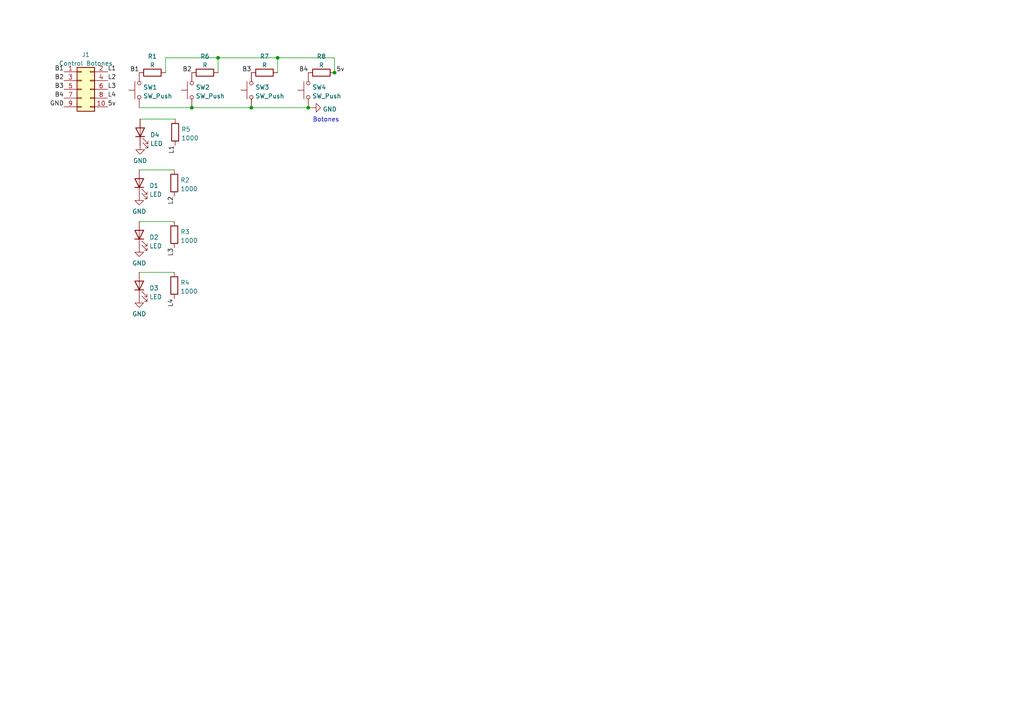
<source format=kicad_sch>
(kicad_sch (version 20211123) (generator eeschema)
  (paper "A4")
  (lib_symbols
    (symbol "Connector_Generic:Conn_02x05_Odd_Even" (pin_names (offset 1.016) hide)
      (property "Reference" "J" (at 1.27 7.62 0))
      (property "Value" "Conn_02x05_Odd_Even" (at 1.27 -7.62 0))
      (symbol "Conn_02x05_Odd_Even_1_1"
        (rectangle (start -1.27 -4.953) (end 0 -5.207) (stroke (width 0.1524)))
        (rectangle (start -1.27 -2.413) (end 0 -2.667) (stroke (width 0.1524)))
        (rectangle (start -1.27 0.127) (end 0 -0.127) (stroke (width 0.1524)))
        (rectangle (start -1.27 2.667) (end 0 2.413) (stroke (width 0.1524)))
        (rectangle (start -1.27 5.207) (end 0 4.953) (stroke (width 0.1524)))
        (rectangle (start -1.27 6.35) (end 3.81 -6.35) (stroke (width 0.254)) (fill (type background)))
        (rectangle (start 3.81 -4.953) (end 2.54 -5.207) (stroke (width 0.1524)))
        (rectangle (start 3.81 -2.413) (end 2.54 -2.667) (stroke (width 0.1524)))
        (rectangle (start 3.81 0.127) (end 2.54 -0.127) (stroke (width 0.1524)))
        (rectangle (start 3.81 2.667) (end 2.54 2.413) (stroke (width 0.1524)))
        (rectangle (start 3.81 5.207) (end 2.54 4.953) (stroke (width 0.1524)))
        (pin passive line (at -5.08 5.08 0) (length 3.81) (name "Pin_1") (number "1"))
        (pin passive line (at 7.62 -5.08 180) (length 3.81) (name "Pin_10") (number "10"))
        (pin passive line (at 7.62 5.08 180) (length 3.81) (name "Pin_2") (number "2"))
        (pin passive line (at -5.08 2.54 0) (length 3.81) (name "Pin_3") (number "3"))
        (pin passive line (at 7.62 2.54 180) (length 3.81) (name "Pin_4") (number "4"))
        (pin passive line (at -5.08 0 0) (length 3.81) (name "Pin_5") (number "5"))
        (pin passive line (at 7.62 0 180) (length 3.81) (name "Pin_6") (number "6"))
        (pin passive line (at -5.08 -2.54 0) (length 3.81) (name "Pin_7") (number "7"))
        (pin passive line (at 7.62 -2.54 180) (length 3.81) (name "Pin_8") (number "8"))
        (pin passive line (at -5.08 -5.08 0) (length 3.81) (name "Pin_9") (number "9"))
      )
    )
    (symbol "Device:LED" (pin_numbers hide) (pin_names (offset 1.016) hide)
      (property "Reference" "D" (at 0 2.54 0))
      (property "Value" "LED" (at 0 -2.54 0))
      (symbol "LED_0_1"
        (polyline (pts (xy -1.27 -1.27) (xy -1.27 1.27)) (stroke (width 0.254)))
        (polyline (pts (xy -1.27 0) (xy 1.27 0)))
        (polyline (pts (xy 1.27 -1.27) (xy 1.27 1.27) (xy -1.27 0) (xy 1.27 -1.27)) (stroke (width 0.254)))
        (polyline (pts (xy -3.048 -0.762) (xy -4.572 -2.286) (xy -3.81 -2.286) (xy -4.572 -2.286) (xy -4.572 -1.524)))
        (polyline (pts (xy -1.778 -0.762) (xy -3.302 -2.286) (xy -2.54 -2.286) (xy -3.302 -2.286) (xy -3.302 -1.524)))
      )
      (symbol "LED_1_1"
        (pin passive line (at -3.81 0 0) (length 2.54) (name "K") (number "1"))
        (pin passive line (at 3.81 0 180) (length 2.54) (name "A") (number "2"))
      )
    )
    (symbol "Device:R" (pin_numbers hide) (pin_names (offset 0))
      (property "Reference" "R" (at 2.032 0 90))
      (property "Value" "R" (at 0 0 90))
      (symbol "R_0_1"
        (rectangle (start -1.016 -2.54) (end 1.016 2.54) (stroke (width 0.254)))
      )
      (symbol "R_1_1"
        (pin passive line (at 0 3.81 270) (length 1.27) (name "~") (number "1"))
        (pin passive line (at 0 -3.81 90) (length 1.27) (name "~") (number "2"))
      )
    )
    (symbol "Switch:SW_Push" (pin_numbers hide) (pin_names (offset 1.016) hide)
      (property "Reference" "SW" (at 1.27 2.54 0))
      (property "Value" "SW_Push" (at 0 -1.524 0))
      (symbol "SW_Push_0_1"
        (circle (center -2.032 0) (radius 0.508))
        (polyline (pts (xy 0 1.27) (xy 0 3.048)))
        (polyline (pts (xy 2.54 1.27) (xy -2.54 1.27)))
        (circle (center 2.032 0) (radius 0.508))
        (pin passive line (at -5.08 0 0) (length 2.54) (name "1") (number "1"))
        (pin passive line (at 5.08 0 180) (length 2.54) (name "2") (number "2"))
      )
    )
    (symbol "power:GND" (power) (pin_names (offset 0))
      (property "Value" "GND" (at 0 -3.81 0))
      (symbol "GND_0_1"
        (polyline (pts (xy 0 0) (xy 0 -1.27) (xy 1.27 -1.27) (xy 0 -2.54) (xy -1.27 -1.27) (xy 0 -1.27)))
      )
      (symbol "GND_1_1"
        (pin power_in line (at 0 0 270) (length 0) hide (name "GND") (number "1"))
      )
    )
  )
  (junction (at 97.028 21.082))
  (junction (at 55.626 31.242))
  (junction (at 63.246 16.764))
  (junction (at 80.518 16.764))
  (junction (at 89.408 31.242))
  (junction (at 72.898 31.242))
  (wire (pts (xy 40.386 78.994) (xy 50.546 78.994)))
  (wire (pts (xy 72.898 31.242) (xy 89.408 31.242)))
  (wire (pts (xy 40.386 49.276) (xy 50.546 49.276)))
  (wire (pts (xy 48.006 16.764) (xy 63.246 16.764)))
  (wire (pts (xy 48.006 21.082) (xy 48.006 16.764)))
  (wire (pts (xy 97.536 21.082) (xy 97.028 21.082)))
  (wire (pts (xy 40.386 31.242) (xy 55.626 31.242)))
  (wire (pts (xy 97.028 16.764) (xy 97.028 21.082)))
  (wire (pts (xy 40.386 64.262) (xy 50.546 64.262)))
  (wire (pts (xy 89.408 31.242) (xy 90.424 31.242)))
  (wire (pts (xy 40.64 34.544) (xy 50.8 34.544)))
  (wire (pts (xy 80.518 16.764) (xy 97.028 16.764)))
  (wire (pts (xy 63.246 16.764) (xy 80.518 16.764)))
  (wire (pts (xy 63.246 21.082) (xy 63.246 16.764)))
  (wire (pts (xy 55.626 31.242) (xy 72.898 31.242)))
  (wire (pts (xy 80.518 21.082) (xy 80.518 16.764)))
  (text "Botones\n" (at 90.678 35.56 0) (effects (font (size 1.27 1.27)) (justify left bottom)))
  (label "B3" (at 18.542 25.908 180))
  (label "B2" (at 55.626 21.082 180))
  (label "B1" (at 18.542 20.828 180))
  (label "L4" (at 50.546 86.614 270))
  (label "B1" (at 40.386 21.082 180))
  (label "5v" (at 31.242 30.988 0))
  (label "B3" (at 72.898 21.082 180))
  (label "L4" (at 31.242 28.448 0))
  (label "L1" (at 50.8 42.164 270))
  (label "B4" (at 18.542 28.448 180))
  (label "B4" (at 89.408 21.082 180))
  (label "L3" (at 50.546 71.882 270))
  (label "B2" (at 18.542 23.368 180))
  (label "L3" (at 31.242 25.908 0))
  (label "L2" (at 50.546 56.896 270))
  (label "5v" (at 97.536 21.082 0))
  (label "L2" (at 31.242 23.368 0))
  (label "L1" (at 31.242 20.828 0))
  (label "GND" (at 18.542 30.988 180))
  (symbol (lib_id "power:GND") (at 40.386 86.614 0) (unit 1)
    (property "Reference" "#PWR03" (effects hide))
    (property "Value" "GND" (at 40.386 91.0574 0))
  )
  (symbol (lib_id "Device:R") (at 44.196 21.082 90) (unit 1)
    (property "Reference" "R1" (at 44.196 16.3662 90))
    (property "Value" "R" (at 44.196 18.9031 90))
    (property "Footprint" "Resistor_SMD:R_0805_2012Metric_Pad1.20x1.40mm_HandSolder" (effects hide))
  )
  (symbol (lib_id "Device:R") (at 50.546 68.072 0) (unit 1)
    (property "Reference" "R3" (at 52.324 67.2373 0) (effects (justify left)))
    (property "Value" "1000" (at 52.324 69.7742 0) (effects (justify left)))
    (property "Footprint" "Resistor_SMD:R_0805_2012Metric_Pad1.20x1.40mm_HandSolder" (effects hide))
  )
  (symbol (lib_id "power:GND") (at 40.64 42.164 0) (unit 1)
    (property "Reference" "#PWR04" (effects hide))
    (property "Value" "GND" (at 40.64 46.6074 0))
  )
  (symbol (lib_id "Device:R") (at 50.8 38.354 0) (unit 1)
    (property "Reference" "R5" (at 52.578 37.5193 0) (effects (justify left)))
    (property "Value" "1000" (at 52.578 40.0562 0) (effects (justify left)))
    (property "Footprint" "Resistor_SMD:R_0805_2012Metric_Pad1.20x1.40mm_HandSolder" (effects hide))
  )
  (symbol (lib_id "power:GND") (at 40.386 71.882 0) (unit 1)
    (property "Reference" "#PWR02" (effects hide))
    (property "Value" "GND" (at 40.386 76.3254 0))
  )
  (symbol (lib_id "Switch:SW_Push") (at 89.408 26.162 90) (unit 1)
    (property "Reference" "SW4" (at 90.551 25.3273 90) (effects (justify right)))
    (property "Value" "SW_Push" (at 90.551 27.8642 90) (effects (justify right)))
    (property "Footprint" "Button_Switch_SMD:SW_SPST_B3U-1000P" (effects hide))
  )
  (symbol (lib_id "Switch:SW_Push") (at 40.386 26.162 90) (unit 1)
    (property "Reference" "SW1" (at 41.529 25.3273 90) (effects (justify right)))
    (property "Value" "SW_Push" (at 41.529 27.8642 90) (effects (justify right)))
    (property "Footprint" "Button_Switch_SMD:SW_SPST_B3U-1000P" (effects hide))
  )
  (symbol (lib_id "Device:R") (at 59.436 21.082 90) (unit 1)
    (property "Reference" "R6" (at 59.436 16.3662 90))
    (property "Value" "R" (at 59.436 18.9031 90))
    (property "Footprint" "Resistor_SMD:R_0805_2012Metric_Pad1.20x1.40mm_HandSolder" (effects hide))
  )
  (symbol (lib_id "Connector_Generic:Conn_02x05_Odd_Even") (at 23.622 25.908 0) (unit 1)
    (property "Reference" "J1" (at 24.892 15.8582 0))
    (property "Value" "Control Botones" (at 24.892 18.3951 0))
    (property "Footprint" "Connector_IDC:IDC-Header_2x05_P2.54mm_Vertical" (effects hide))
  )
  (symbol (lib_id "Device:R") (at 50.546 53.086 0) (unit 1)
    (property "Reference" "R2" (at 52.324 52.2513 0) (effects (justify left)))
    (property "Value" "1000" (at 52.324 54.7882 0) (effects (justify left)))
    (property "Footprint" "Resistor_SMD:R_0805_2012Metric_Pad1.20x1.40mm_HandSolder" (effects hide))
  )
  (symbol (lib_id "power:GND") (at 90.424 31.242 90) (unit 1)
    (property "Reference" "#PWR05" (effects hide))
    (property "Value" "GND" (at 93.599 31.6758 90) (effects (justify right)))
  )
  (symbol (lib_id "Device:LED") (at 40.386 53.086 90) (unit 1)
    (property "Reference" "D1" (at 43.307 53.8388 90) (effects (justify right)))
    (property "Value" "LED" (at 43.307 56.3757 90) (effects (justify right)))
    (property "Footprint" "LED_SMD:LED_1210_3225Metric_Pad1.42x2.65mm_HandSolder" (effects hide))
  )
  (symbol (lib_id "Device:LED") (at 40.386 68.072 90) (unit 1)
    (property "Reference" "D2" (at 43.307 68.8248 90) (effects (justify right)))
    (property "Value" "LED" (at 43.307 71.3617 90) (effects (justify right)))
    (property "Footprint" "LED_SMD:LED_1210_3225Metric_Pad1.42x2.65mm_HandSolder" (effects hide))
  )
  (symbol (lib_id "Device:LED") (at 40.386 82.804 90) (unit 1)
    (property "Reference" "D3" (at 43.307 83.5568 90) (effects (justify right)))
    (property "Value" "LED" (at 43.307 86.0937 90) (effects (justify right)))
    (property "Footprint" "LED_SMD:LED_1210_3225Metric_Pad1.42x2.65mm_HandSolder" (effects hide))
  )
  (symbol (lib_id "Switch:SW_Push") (at 55.626 26.162 90) (unit 1)
    (property "Reference" "SW2" (at 56.769 25.3273 90) (effects (justify right)))
    (property "Value" "SW_Push" (at 56.769 27.8642 90) (effects (justify right)))
    (property "Footprint" "Button_Switch_SMD:SW_SPST_B3U-1000P" (effects hide))
  )
  (symbol (lib_id "Switch:SW_Push") (at 72.898 26.162 90) (unit 1)
    (property "Reference" "SW3" (at 74.041 25.3273 90) (effects (justify right)))
    (property "Value" "SW_Push" (at 74.041 27.8642 90) (effects (justify right)))
    (property "Footprint" "Button_Switch_SMD:SW_SPST_B3U-1000P" (effects hide))
  )
  (symbol (lib_id "power:GND") (at 40.386 56.896 0) (unit 1)
    (property "Reference" "#PWR01" (effects hide))
    (property "Value" "GND" (at 40.386 61.3394 0))
  )
  (symbol (lib_id "Device:LED") (at 40.64 38.354 90) (unit 1)
    (property "Reference" "D4" (at 43.561 39.1068 90) (effects (justify right)))
    (property "Value" "LED" (at 43.561 41.6437 90) (effects (justify right)))
    (property "Footprint" "LED_SMD:LED_1210_3225Metric_Pad1.42x2.65mm_HandSolder" (effects hide))
  )
  (symbol (lib_id "Device:R") (at 50.546 82.804 0) (unit 1)
    (property "Reference" "R4" (at 52.324 81.9693 0) (effects (justify left)))
    (property "Value" "1000" (at 52.324 84.5062 0) (effects (justify left)))
    (property "Footprint" "Resistor_SMD:R_0805_2012Metric_Pad1.20x1.40mm_HandSolder" (effects hide))
  )
  (symbol (lib_id "Device:R") (at 76.708 21.082 270) (unit 1)
    (property "Reference" "R7" (at 76.708 16.3662 90))
    (property "Value" "R" (at 76.708 18.9031 90))
    (property "Footprint" "Resistor_SMD:R_0805_2012Metric_Pad1.20x1.40mm_HandSolder" (effects hide))
  )
  (symbol (lib_id "Device:R") (at 93.218 21.082 90) (unit 1)
    (property "Reference" "R8" (at 93.218 16.3662 90))
    (property "Value" "R" (at 93.218 18.9031 90))
    (property "Footprint" "Resistor_SMD:R_0805_2012Metric_Pad1.20x1.40mm_HandSolder" (effects hide))
  )
)
</source>
